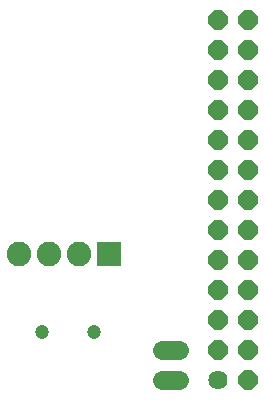
<source format=gbs>
G75*
G70*
%OFA0B0*%
%FSLAX24Y24*%
%IPPOS*%
%LPD*%
%AMOC8*
5,1,8,0,0,1.08239X$1,22.5*
%
%ADD10C,0.0640*%
%ADD11OC8,0.0640*%
%ADD12C,0.0640*%
%ADD13R,0.0820X0.0820*%
%ADD14C,0.0820*%
%ADD15C,0.0474*%
D10*
X008580Y000730D03*
D11*
X008580Y001730D03*
X008580Y002730D03*
X008580Y003730D03*
X008580Y004730D03*
X008580Y005730D03*
X008580Y006730D03*
X008580Y007730D03*
X008580Y008730D03*
X008580Y009730D03*
X008580Y010730D03*
X008580Y011730D03*
X008580Y012730D03*
X009580Y012730D03*
X009580Y011730D03*
X009580Y010730D03*
X009580Y009730D03*
X009580Y008730D03*
X009580Y007730D03*
X009580Y006730D03*
X009580Y005730D03*
X009580Y004730D03*
X009580Y003730D03*
X009580Y002730D03*
X009580Y001730D03*
X009580Y000730D03*
D12*
X007260Y000730D02*
X006700Y000730D01*
X006700Y001730D02*
X007260Y001730D01*
D13*
X004930Y004930D03*
D14*
X003930Y004930D03*
X002930Y004930D03*
X001930Y004930D03*
D15*
X002714Y002349D03*
X004446Y002349D03*
M02*

</source>
